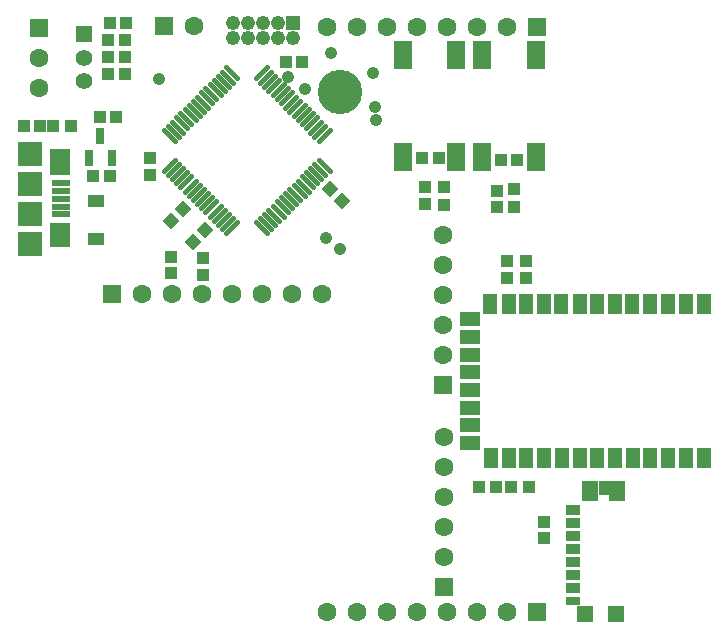
<source format=gts>
G04 Layer_Color=8388736*
%FSLAX25Y25*%
%MOIN*%
G70*
G01*
G75*
%ADD44C,0.04100*%
%ADD61R,0.04147X0.03950*%
%ADD62R,0.03950X0.04147*%
G04:AMPARAMS|DCode=63|XSize=41.47mil|YSize=39.5mil|CornerRadius=0mil|HoleSize=0mil|Usage=FLASHONLY|Rotation=315.000|XOffset=0mil|YOffset=0mil|HoleType=Round|Shape=Rectangle|*
%AMROTATEDRECTD63*
4,1,4,-0.02862,0.00070,-0.00070,0.02862,0.02862,-0.00070,0.00070,-0.02862,-0.02862,0.00070,0.0*
%
%ADD63ROTATEDRECTD63*%

%ADD64R,0.05524X0.04147*%
%ADD65R,0.05800X0.04147*%
%ADD66R,0.03162X0.05524*%
%ADD67R,0.04737X0.06706*%
%ADD68R,0.06706X0.04737*%
%ADD69R,0.06300X0.09300*%
%ADD70R,0.05524X0.05328*%
%ADD71R,0.03556X0.04737*%
%ADD72R,0.05524X0.06509*%
%ADD73R,0.04737X0.03556*%
%ADD74R,0.04737X0.03162*%
G04:AMPARAMS|DCode=75|XSize=41.47mil|YSize=39.5mil|CornerRadius=0mil|HoleSize=0mil|Usage=FLASHONLY|Rotation=45.000|XOffset=0mil|YOffset=0mil|HoleType=Round|Shape=Rectangle|*
%AMROTATEDRECTD75*
4,1,4,-0.00070,-0.02862,-0.02862,-0.00070,0.00070,0.02862,0.02862,0.00070,-0.00070,-0.02862,0.0*
%
%ADD75ROTATEDRECTD75*%

G04:AMPARAMS|DCode=76|XSize=17.84mil|YSize=69.02mil|CornerRadius=0mil|HoleSize=0mil|Usage=FLASHONLY|Rotation=135.000|XOffset=0mil|YOffset=0mil|HoleType=Round|Shape=Round|*
%AMOVALD76*
21,1,0.05118,0.01784,0.00000,0.00000,225.0*
1,1,0.01784,0.01810,0.01810*
1,1,0.01784,-0.01810,-0.01810*
%
%ADD76OVALD76*%

G04:AMPARAMS|DCode=77|XSize=17.84mil|YSize=69.02mil|CornerRadius=0mil|HoleSize=0mil|Usage=FLASHONLY|Rotation=45.000|XOffset=0mil|YOffset=0mil|HoleType=Round|Shape=Round|*
%AMOVALD77*
21,1,0.05118,0.01784,0.00000,0.00000,135.0*
1,1,0.01784,0.01810,-0.01810*
1,1,0.01784,-0.01810,0.01810*
%
%ADD77OVALD77*%

%ADD78R,0.06115X0.02375*%
%ADD79R,0.07099X0.07887*%
%ADD80R,0.07099X0.09068*%
%ADD81R,0.08280X0.08280*%
%ADD82R,0.08280X0.07887*%
%ADD83C,0.14800*%
%ADD84C,0.06300*%
%ADD85R,0.06300X0.06300*%
%ADD86C,0.05524*%
%ADD87R,0.05524X0.05524*%
%ADD88R,0.06300X0.06300*%
%ADD89C,0.04900*%
%ADD90R,0.04900X0.04900*%
D44*
X110900Y126400D02*
D03*
X106200Y130100D02*
D03*
X93773Y183900D02*
D03*
X108100Y191700D02*
D03*
X99400Y179768D02*
D03*
X121900Y185100D02*
D03*
X122500Y173885D02*
D03*
X123100Y169500D02*
D03*
X50602Y183100D02*
D03*
D61*
X169107Y140447D02*
D03*
Y146353D02*
D03*
X145574Y141180D02*
D03*
Y147086D02*
D03*
X54500Y123856D02*
D03*
Y118344D02*
D03*
X172900Y116844D02*
D03*
Y122356D02*
D03*
X178927Y30025D02*
D03*
Y35537D02*
D03*
X139400Y147056D02*
D03*
Y141544D02*
D03*
X163300Y145956D02*
D03*
Y140444D02*
D03*
X166647Y116844D02*
D03*
Y122356D02*
D03*
X47500Y151144D02*
D03*
Y156656D02*
D03*
X65200Y117844D02*
D03*
Y123356D02*
D03*
D62*
X168053Y47200D02*
D03*
X173959D02*
D03*
X15347Y167600D02*
D03*
X21253D02*
D03*
X162962Y47300D02*
D03*
X157450D02*
D03*
X143856Y156700D02*
D03*
X138344D02*
D03*
X164544Y156100D02*
D03*
X170056D02*
D03*
X30844Y170500D02*
D03*
X36356D02*
D03*
X34256Y150900D02*
D03*
X28744D02*
D03*
X11056Y167600D02*
D03*
X5544D02*
D03*
X98356Y188700D02*
D03*
X92844Y188700D02*
D03*
X33644Y196200D02*
D03*
X39156D02*
D03*
X33744Y190500D02*
D03*
X39256D02*
D03*
X39656Y201800D02*
D03*
X34144D02*
D03*
X33744Y184800D02*
D03*
X39256D02*
D03*
D63*
X65949Y132649D02*
D03*
X62051Y128751D02*
D03*
X58549Y139749D02*
D03*
X54651Y135851D02*
D03*
D64*
X29600Y142463D02*
D03*
D65*
Y129864D02*
D03*
D66*
X31100Y164061D02*
D03*
X34840Y156975D02*
D03*
X27360D02*
D03*
D67*
X232157Y108000D02*
D03*
X226251D02*
D03*
X220346D02*
D03*
X214440D02*
D03*
X208457D02*
D03*
X202629D02*
D03*
X196724D02*
D03*
X190818D02*
D03*
X184757D02*
D03*
X179007D02*
D03*
X173102D02*
D03*
X167196D02*
D03*
X161057D02*
D03*
X161291Y56819D02*
D03*
X167196D02*
D03*
X173102D02*
D03*
X178851D02*
D03*
X184913D02*
D03*
X190818D02*
D03*
X196724D02*
D03*
X202551D02*
D03*
X208535D02*
D03*
X214440D02*
D03*
X220346D02*
D03*
X226251D02*
D03*
X232157D02*
D03*
D68*
X154401Y103079D02*
D03*
Y97173D02*
D03*
Y91268D02*
D03*
Y85362D02*
D03*
Y79457D02*
D03*
Y73551D02*
D03*
Y67646D02*
D03*
Y61740D02*
D03*
D69*
X132000Y191291D02*
D03*
Y157291D02*
D03*
X149800Y191291D02*
D03*
Y157291D02*
D03*
X158400Y191291D02*
D03*
Y157291D02*
D03*
X176200Y191291D02*
D03*
Y157291D02*
D03*
D70*
X202969Y4885D02*
D03*
X192575D02*
D03*
D71*
X198933Y46715D02*
D03*
D72*
X203461Y45829D02*
D03*
X194405D02*
D03*
D73*
X188539Y39432D02*
D03*
Y35101D02*
D03*
Y30770D02*
D03*
Y26440D02*
D03*
Y22109D02*
D03*
Y17778D02*
D03*
Y13448D02*
D03*
D74*
Y9117D02*
D03*
D75*
X111649Y142551D02*
D03*
X107751Y146449D02*
D03*
D76*
X54180Y154259D02*
D03*
X55571Y152867D02*
D03*
X56963Y151475D02*
D03*
X58355Y150083D02*
D03*
X59747Y148691D02*
D03*
X61139Y147299D02*
D03*
X62531Y145907D02*
D03*
X63923Y144515D02*
D03*
X65315Y143123D02*
D03*
X66707Y141731D02*
D03*
X68099Y140339D02*
D03*
X69491Y138947D02*
D03*
X70883Y137555D02*
D03*
X72275Y136163D02*
D03*
X73667Y134771D02*
D03*
X75059Y133379D02*
D03*
X105821Y164141D02*
D03*
X104429Y165533D02*
D03*
X103037Y166925D02*
D03*
X101645Y168317D02*
D03*
X100253Y169709D02*
D03*
X98861Y171101D02*
D03*
X97469Y172493D02*
D03*
X96077Y173885D02*
D03*
X94685Y175277D02*
D03*
X93293Y176669D02*
D03*
X91901Y178061D02*
D03*
X90509Y179453D02*
D03*
X89117Y180845D02*
D03*
X87725Y182237D02*
D03*
X86333Y183629D02*
D03*
X84941Y185020D02*
D03*
D77*
Y133379D02*
D03*
X86333Y134771D02*
D03*
X87725Y136163D02*
D03*
X89117Y137555D02*
D03*
X90509Y138947D02*
D03*
X91901Y140339D02*
D03*
X93293Y141731D02*
D03*
X94685Y143123D02*
D03*
X96077Y144515D02*
D03*
X97469Y145907D02*
D03*
X98861Y147299D02*
D03*
X100253Y148691D02*
D03*
X101645Y150083D02*
D03*
X103037Y151475D02*
D03*
X104429Y152867D02*
D03*
X105821Y154259D02*
D03*
X75059Y185020D02*
D03*
X73667Y183629D02*
D03*
X72275Y182237D02*
D03*
X70883Y180845D02*
D03*
X69491Y179453D02*
D03*
X68099Y178061D02*
D03*
X66707Y176669D02*
D03*
X65315Y175277D02*
D03*
X63923Y173885D02*
D03*
X62531Y172493D02*
D03*
X61139Y171101D02*
D03*
X59747Y169709D02*
D03*
X58355Y168317D02*
D03*
X56963Y166925D02*
D03*
X55571Y165533D02*
D03*
X54180Y164141D02*
D03*
D78*
X18046Y138082D02*
D03*
Y140641D02*
D03*
Y143200D02*
D03*
Y145759D02*
D03*
Y148318D02*
D03*
D79*
X17554Y130995D02*
D03*
D80*
Y155405D02*
D03*
D81*
X7554Y138279D02*
D03*
Y148121D02*
D03*
D82*
Y128239D02*
D03*
Y158161D02*
D03*
D83*
X111000Y178956D02*
D03*
D84*
X10500Y180000D02*
D03*
Y190000D02*
D03*
X106500Y200350D02*
D03*
X116500D02*
D03*
X126500D02*
D03*
X136500D02*
D03*
X146500D02*
D03*
X156500D02*
D03*
X166500D02*
D03*
X62300Y200700D02*
D03*
X106500Y5350D02*
D03*
X116500D02*
D03*
X126500D02*
D03*
X136500D02*
D03*
X146500D02*
D03*
X156500D02*
D03*
X166500D02*
D03*
X104900Y111400D02*
D03*
X94900D02*
D03*
X84900D02*
D03*
X74900D02*
D03*
X64900D02*
D03*
X54900D02*
D03*
X44900D02*
D03*
X145600Y63900D02*
D03*
Y53900D02*
D03*
Y33900D02*
D03*
Y23900D02*
D03*
Y43900D02*
D03*
X145400Y131000D02*
D03*
Y121000D02*
D03*
Y101000D02*
D03*
Y91000D02*
D03*
Y111000D02*
D03*
D85*
X10500Y200000D02*
D03*
X145600Y13900D02*
D03*
X145400Y81000D02*
D03*
D86*
X25600Y182426D02*
D03*
Y190300D02*
D03*
D87*
Y198174D02*
D03*
D88*
X176500Y200350D02*
D03*
X52300Y200700D02*
D03*
X176500Y5350D02*
D03*
X34900Y111400D02*
D03*
D89*
X95400Y196900D02*
D03*
X90400Y201900D02*
D03*
Y196900D02*
D03*
X85400Y201900D02*
D03*
Y196900D02*
D03*
X80400Y201900D02*
D03*
Y196900D02*
D03*
X75400Y201900D02*
D03*
Y196900D02*
D03*
D90*
X95400Y201900D02*
D03*
M02*

</source>
